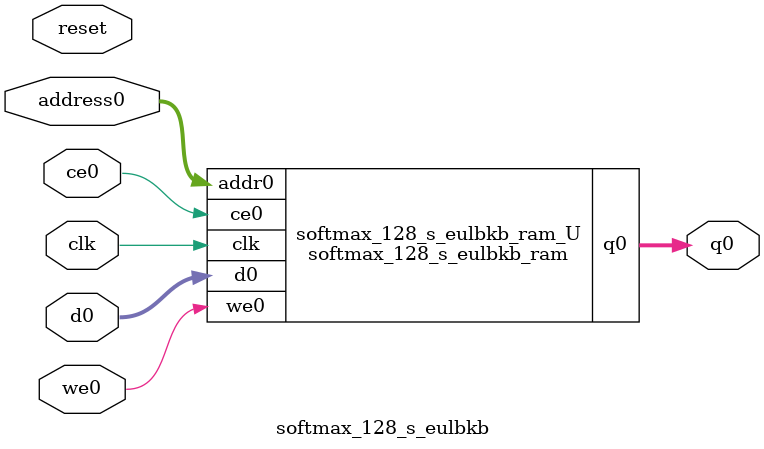
<source format=v>
`timescale 1 ns / 1 ps
module softmax_128_s_eulbkb_ram (addr0, ce0, d0, we0, q0,  clk);

parameter DWIDTH = 32;
parameter AWIDTH = 7;
parameter MEM_SIZE = 128;

input[AWIDTH-1:0] addr0;
input ce0;
input[DWIDTH-1:0] d0;
input we0;
output reg[DWIDTH-1:0] q0;
input clk;

(* ram_style = "block" *)reg [DWIDTH-1:0] ram[0:MEM_SIZE-1];




always @(posedge clk)  
begin 
    if (ce0) begin
        if (we0) 
            ram[addr0] <= d0; 
        q0 <= ram[addr0];
    end
end


endmodule

`timescale 1 ns / 1 ps
module softmax_128_s_eulbkb(
    reset,
    clk,
    address0,
    ce0,
    we0,
    d0,
    q0);

parameter DataWidth = 32'd32;
parameter AddressRange = 32'd128;
parameter AddressWidth = 32'd7;
input reset;
input clk;
input[AddressWidth - 1:0] address0;
input ce0;
input we0;
input[DataWidth - 1:0] d0;
output[DataWidth - 1:0] q0;



softmax_128_s_eulbkb_ram softmax_128_s_eulbkb_ram_U(
    .clk( clk ),
    .addr0( address0 ),
    .ce0( ce0 ),
    .we0( we0 ),
    .d0( d0 ),
    .q0( q0 ));

endmodule


</source>
